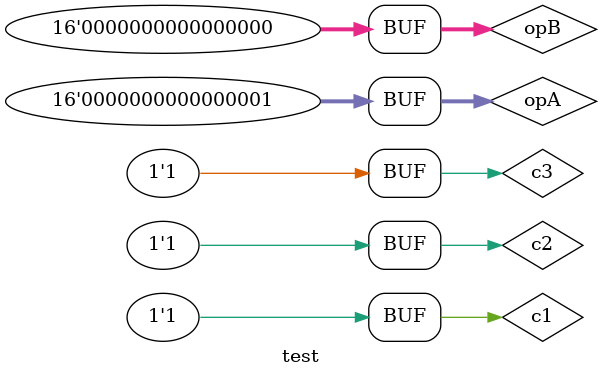
<source format=sv>
`timescale 1ns/1ps 		// time unit / compiler time precision

module test();

	// set up variable
	logic c1;
	logic c2;
	logic c3;
	logic[15:0] opA;
	logic[15:0] opB;

	// output variable
	logic zero1;
	logic zero2;
	
	//DUT
	comb_A C1A(c1, c2, c3, opA, opB, zero1, zero2);
	
	initial 
	begin
		c1 = 1'b0;
		c2 = 1'b0;
		c3 = 1'b0;
		
		#10
		opA = 8'b1;
		opB = 8'b0;
		
		#10
		c3 = 1'b1;
		#10
		c1 = 1'b1;
		c2 = 1'b1;
		#10;
	end
endmodule
		
		
		
		
</source>
